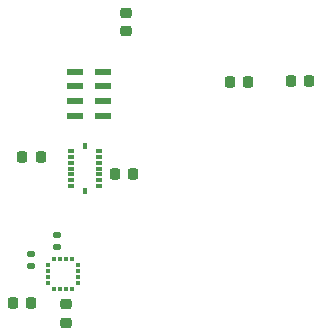
<source format=gbr>
%TF.GenerationSoftware,KiCad,Pcbnew,(6.0.8)*%
%TF.CreationDate,2022-11-08T22:30:31-08:00*%
%TF.ProjectId,ShittyOBC,53686974-7479-44f4-9243-2e6b69636164,rev?*%
%TF.SameCoordinates,Original*%
%TF.FileFunction,Paste,Bot*%
%TF.FilePolarity,Positive*%
%FSLAX46Y46*%
G04 Gerber Fmt 4.6, Leading zero omitted, Abs format (unit mm)*
G04 Created by KiCad (PCBNEW (6.0.8)) date 2022-11-08 22:30:31*
%MOMM*%
%LPD*%
G01*
G04 APERTURE LIST*
G04 Aperture macros list*
%AMRoundRect*
0 Rectangle with rounded corners*
0 $1 Rounding radius*
0 $2 $3 $4 $5 $6 $7 $8 $9 X,Y pos of 4 corners*
0 Add a 4 corners polygon primitive as box body*
4,1,4,$2,$3,$4,$5,$6,$7,$8,$9,$2,$3,0*
0 Add four circle primitives for the rounded corners*
1,1,$1+$1,$2,$3*
1,1,$1+$1,$4,$5*
1,1,$1+$1,$6,$7*
1,1,$1+$1,$8,$9*
0 Add four rect primitives between the rounded corners*
20,1,$1+$1,$2,$3,$4,$5,0*
20,1,$1+$1,$4,$5,$6,$7,0*
20,1,$1+$1,$6,$7,$8,$9,0*
20,1,$1+$1,$8,$9,$2,$3,0*%
G04 Aperture macros list end*
%ADD10RoundRect,0.225000X0.225000X0.250000X-0.225000X0.250000X-0.225000X-0.250000X0.225000X-0.250000X0*%
%ADD11RoundRect,0.135000X-0.185000X0.135000X-0.185000X-0.135000X0.185000X-0.135000X0.185000X0.135000X0*%
%ADD12RoundRect,0.225000X-0.225000X-0.250000X0.225000X-0.250000X0.225000X0.250000X-0.225000X0.250000X0*%
%ADD13RoundRect,0.225000X-0.250000X0.225000X-0.250000X-0.225000X0.250000X-0.225000X0.250000X0.225000X0*%
%ADD14RoundRect,0.021200X0.633800X0.243800X-0.633800X0.243800X-0.633800X-0.243800X0.633800X-0.243800X0*%
%ADD15RoundRect,0.135000X0.185000X-0.135000X0.185000X0.135000X-0.185000X0.135000X-0.185000X-0.135000X0*%
%ADD16R,0.590000X0.350000*%
%ADD17R,0.350000X0.590000*%
%ADD18R,0.300000X0.450000*%
%ADD19R,0.450000X0.300000*%
G04 APERTURE END LIST*
D10*
%TO.C,C4*%
X139850000Y-117016000D03*
X138300000Y-117016000D03*
%TD*%
D11*
%TO.C,R2*%
X142000000Y-111280000D03*
X142000000Y-112300000D03*
%TD*%
D12*
%TO.C,C3*%
X161850000Y-98200000D03*
X163400000Y-98200000D03*
%TD*%
D13*
%TO.C,C1*%
X142748000Y-117150000D03*
X142748000Y-118700000D03*
%TD*%
D14*
%TO.C,U5*%
X145950000Y-97450000D03*
X145950000Y-98700000D03*
X145950000Y-99950000D03*
X145950000Y-101200000D03*
X143550000Y-101200000D03*
X143550000Y-99950000D03*
X143550000Y-98700000D03*
X143550000Y-97450000D03*
%TD*%
D12*
%TO.C,C6*%
X146950000Y-106150000D03*
X148500000Y-106150000D03*
%TD*%
%TO.C,C2*%
X156650000Y-98300000D03*
X158200000Y-98300000D03*
%TD*%
D10*
%TO.C,C7*%
X140650000Y-104700000D03*
X139100000Y-104700000D03*
%TD*%
D15*
%TO.C,R1*%
X139850000Y-113900000D03*
X139850000Y-112880000D03*
%TD*%
D16*
%TO.C,U4*%
X145565000Y-107150000D03*
X145565000Y-106650000D03*
X145565000Y-106150000D03*
X145565000Y-105650000D03*
X145565000Y-105150000D03*
X145565000Y-104650000D03*
X145565000Y-104150000D03*
D17*
X144400000Y-103735000D03*
D16*
X143235000Y-104150000D03*
X143235000Y-104650000D03*
X143235000Y-105150000D03*
X143235000Y-105650000D03*
X143235000Y-106150000D03*
X143235000Y-106650000D03*
X143235000Y-107150000D03*
D17*
X144400000Y-107565000D03*
%TD*%
D13*
%TO.C,C5*%
X147828000Y-92456000D03*
X147828000Y-94006000D03*
%TD*%
D18*
%TO.C,U1*%
X141800000Y-113275000D03*
X142300000Y-113275000D03*
X142800000Y-113275000D03*
X143300000Y-113275000D03*
D19*
X143825000Y-113800000D03*
X143825000Y-114300000D03*
X143825000Y-114800000D03*
X143825000Y-115300000D03*
D18*
X143300000Y-115825000D03*
X142800000Y-115825000D03*
X142300000Y-115825000D03*
X141800000Y-115825000D03*
D19*
X141275000Y-115300000D03*
X141275000Y-114800000D03*
X141275000Y-114300000D03*
X141275000Y-113800000D03*
%TD*%
M02*

</source>
